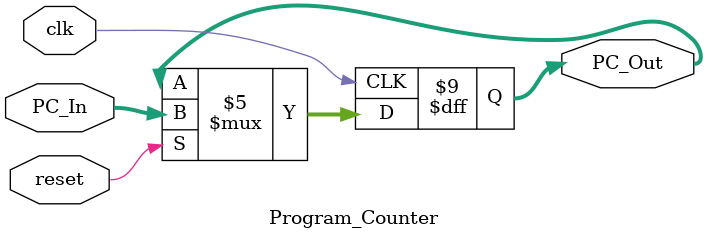
<source format=v>
module Program_Counter
(
input clk, reset,
input [63:0]PC_In,
output [63:0]PC_Out
);

always @ (*)
begin
  if(reset == 0)
    PC_out <= 64'd0;
end

always @ (posedge clk)
begin
  if(reset == 1)
    PC_Out <= PC_In;
end

endmodule
</source>
